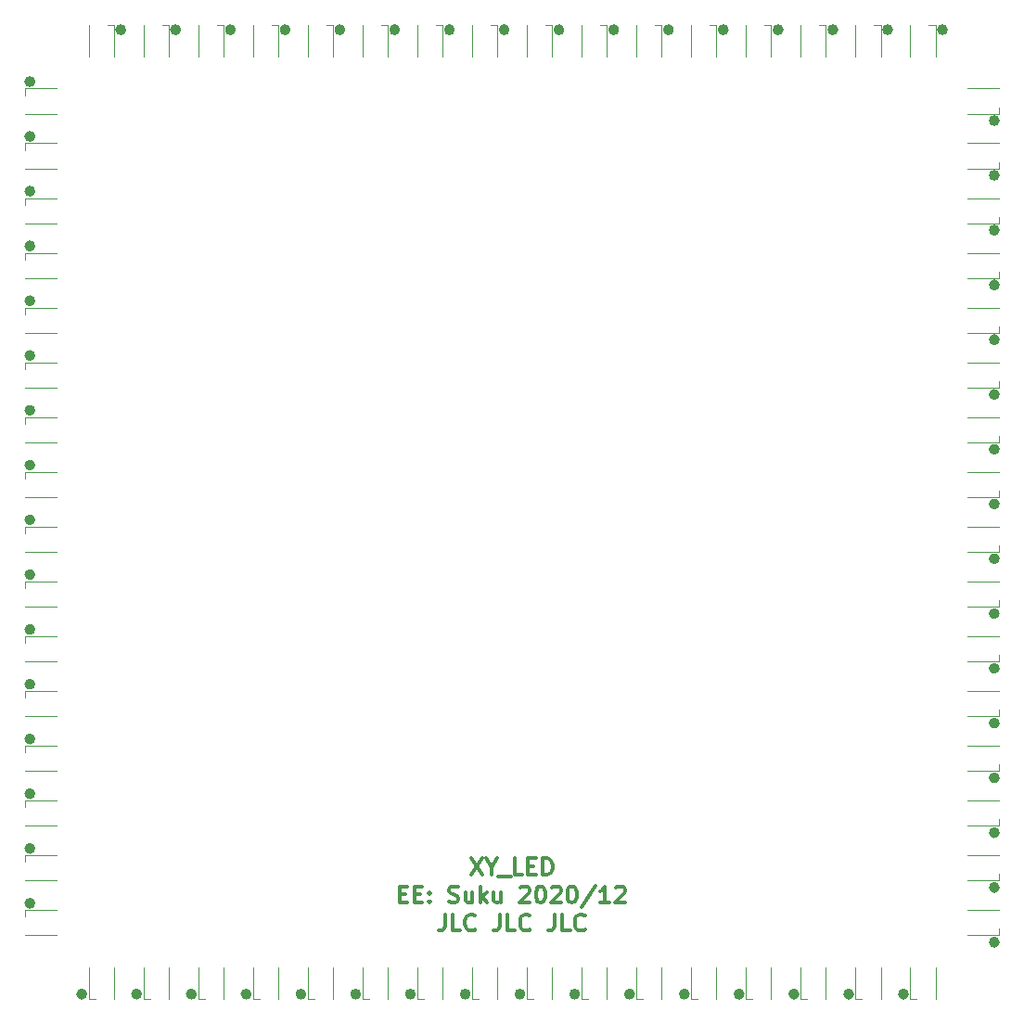
<source format=gbr>
G04 #@! TF.GenerationSoftware,KiCad,Pcbnew,(5.1.6)-1*
G04 #@! TF.CreationDate,2020-12-31T12:37:09+01:00*
G04 #@! TF.ProjectId,XY_LED,58595f4c-4544-42e6-9b69-6361645f7063,rev?*
G04 #@! TF.SameCoordinates,Original*
G04 #@! TF.FileFunction,Legend,Top*
G04 #@! TF.FilePolarity,Positive*
%FSLAX46Y46*%
G04 Gerber Fmt 4.6, Leading zero omitted, Abs format (unit mm)*
G04 Created by KiCad (PCBNEW (5.1.6)-1) date 2020-12-31 12:37:09*
%MOMM*%
%LPD*%
G01*
G04 APERTURE LIST*
%ADD10C,0.300000*%
%ADD11C,0.120000*%
%ADD12C,0.500000*%
G04 APERTURE END LIST*
D10*
X96250000Y-131628571D02*
X97250000Y-133128571D01*
X97250000Y-131628571D02*
X96250000Y-133128571D01*
X98107142Y-132414285D02*
X98107142Y-133128571D01*
X97607142Y-131628571D02*
X98107142Y-132414285D01*
X98607142Y-131628571D01*
X98750000Y-133271428D02*
X99892857Y-133271428D01*
X100964285Y-133128571D02*
X100250000Y-133128571D01*
X100250000Y-131628571D01*
X101464285Y-132342857D02*
X101964285Y-132342857D01*
X102178571Y-133128571D02*
X101464285Y-133128571D01*
X101464285Y-131628571D01*
X102178571Y-131628571D01*
X102821428Y-133128571D02*
X102821428Y-131628571D01*
X103178571Y-131628571D01*
X103392857Y-131700000D01*
X103535714Y-131842857D01*
X103607142Y-131985714D01*
X103678571Y-132271428D01*
X103678571Y-132485714D01*
X103607142Y-132771428D01*
X103535714Y-132914285D01*
X103392857Y-133057142D01*
X103178571Y-133128571D01*
X102821428Y-133128571D01*
X89750000Y-134892857D02*
X90250000Y-134892857D01*
X90464285Y-135678571D02*
X89750000Y-135678571D01*
X89750000Y-134178571D01*
X90464285Y-134178571D01*
X91107142Y-134892857D02*
X91607142Y-134892857D01*
X91821428Y-135678571D02*
X91107142Y-135678571D01*
X91107142Y-134178571D01*
X91821428Y-134178571D01*
X92464285Y-135535714D02*
X92535714Y-135607142D01*
X92464285Y-135678571D01*
X92392857Y-135607142D01*
X92464285Y-135535714D01*
X92464285Y-135678571D01*
X92464285Y-134750000D02*
X92535714Y-134821428D01*
X92464285Y-134892857D01*
X92392857Y-134821428D01*
X92464285Y-134750000D01*
X92464285Y-134892857D01*
X94250000Y-135607142D02*
X94464285Y-135678571D01*
X94821428Y-135678571D01*
X94964285Y-135607142D01*
X95035714Y-135535714D01*
X95107142Y-135392857D01*
X95107142Y-135250000D01*
X95035714Y-135107142D01*
X94964285Y-135035714D01*
X94821428Y-134964285D01*
X94535714Y-134892857D01*
X94392857Y-134821428D01*
X94321428Y-134750000D01*
X94250000Y-134607142D01*
X94250000Y-134464285D01*
X94321428Y-134321428D01*
X94392857Y-134250000D01*
X94535714Y-134178571D01*
X94892857Y-134178571D01*
X95107142Y-134250000D01*
X96392857Y-134678571D02*
X96392857Y-135678571D01*
X95750000Y-134678571D02*
X95750000Y-135464285D01*
X95821428Y-135607142D01*
X95964285Y-135678571D01*
X96178571Y-135678571D01*
X96321428Y-135607142D01*
X96392857Y-135535714D01*
X97107142Y-135678571D02*
X97107142Y-134178571D01*
X97250000Y-135107142D02*
X97678571Y-135678571D01*
X97678571Y-134678571D02*
X97107142Y-135250000D01*
X98964285Y-134678571D02*
X98964285Y-135678571D01*
X98321428Y-134678571D02*
X98321428Y-135464285D01*
X98392857Y-135607142D01*
X98535714Y-135678571D01*
X98750000Y-135678571D01*
X98892857Y-135607142D01*
X98964285Y-135535714D01*
X100750000Y-134321428D02*
X100821428Y-134250000D01*
X100964285Y-134178571D01*
X101321428Y-134178571D01*
X101464285Y-134250000D01*
X101535714Y-134321428D01*
X101607142Y-134464285D01*
X101607142Y-134607142D01*
X101535714Y-134821428D01*
X100678571Y-135678571D01*
X101607142Y-135678571D01*
X102535714Y-134178571D02*
X102678571Y-134178571D01*
X102821428Y-134250000D01*
X102892857Y-134321428D01*
X102964285Y-134464285D01*
X103035714Y-134750000D01*
X103035714Y-135107142D01*
X102964285Y-135392857D01*
X102892857Y-135535714D01*
X102821428Y-135607142D01*
X102678571Y-135678571D01*
X102535714Y-135678571D01*
X102392857Y-135607142D01*
X102321428Y-135535714D01*
X102250000Y-135392857D01*
X102178571Y-135107142D01*
X102178571Y-134750000D01*
X102250000Y-134464285D01*
X102321428Y-134321428D01*
X102392857Y-134250000D01*
X102535714Y-134178571D01*
X103607142Y-134321428D02*
X103678571Y-134250000D01*
X103821428Y-134178571D01*
X104178571Y-134178571D01*
X104321428Y-134250000D01*
X104392857Y-134321428D01*
X104464285Y-134464285D01*
X104464285Y-134607142D01*
X104392857Y-134821428D01*
X103535714Y-135678571D01*
X104464285Y-135678571D01*
X105392857Y-134178571D02*
X105535714Y-134178571D01*
X105678571Y-134250000D01*
X105750000Y-134321428D01*
X105821428Y-134464285D01*
X105892857Y-134750000D01*
X105892857Y-135107142D01*
X105821428Y-135392857D01*
X105750000Y-135535714D01*
X105678571Y-135607142D01*
X105535714Y-135678571D01*
X105392857Y-135678571D01*
X105250000Y-135607142D01*
X105178571Y-135535714D01*
X105107142Y-135392857D01*
X105035714Y-135107142D01*
X105035714Y-134750000D01*
X105107142Y-134464285D01*
X105178571Y-134321428D01*
X105250000Y-134250000D01*
X105392857Y-134178571D01*
X107607142Y-134107142D02*
X106321428Y-136035714D01*
X108892857Y-135678571D02*
X108035714Y-135678571D01*
X108464285Y-135678571D02*
X108464285Y-134178571D01*
X108321428Y-134392857D01*
X108178571Y-134535714D01*
X108035714Y-134607142D01*
X109464285Y-134321428D02*
X109535714Y-134250000D01*
X109678571Y-134178571D01*
X110035714Y-134178571D01*
X110178571Y-134250000D01*
X110250000Y-134321428D01*
X110321428Y-134464285D01*
X110321428Y-134607142D01*
X110250000Y-134821428D01*
X109392857Y-135678571D01*
X110321428Y-135678571D01*
X93857142Y-136728571D02*
X93857142Y-137800000D01*
X93785714Y-138014285D01*
X93642857Y-138157142D01*
X93428571Y-138228571D01*
X93285714Y-138228571D01*
X95285714Y-138228571D02*
X94571428Y-138228571D01*
X94571428Y-136728571D01*
X96642857Y-138085714D02*
X96571428Y-138157142D01*
X96357142Y-138228571D01*
X96214285Y-138228571D01*
X96000000Y-138157142D01*
X95857142Y-138014285D01*
X95785714Y-137871428D01*
X95714285Y-137585714D01*
X95714285Y-137371428D01*
X95785714Y-137085714D01*
X95857142Y-136942857D01*
X96000000Y-136800000D01*
X96214285Y-136728571D01*
X96357142Y-136728571D01*
X96571428Y-136800000D01*
X96642857Y-136871428D01*
X98857142Y-136728571D02*
X98857142Y-137800000D01*
X98785714Y-138014285D01*
X98642857Y-138157142D01*
X98428571Y-138228571D01*
X98285714Y-138228571D01*
X100285714Y-138228571D02*
X99571428Y-138228571D01*
X99571428Y-136728571D01*
X101642857Y-138085714D02*
X101571428Y-138157142D01*
X101357142Y-138228571D01*
X101214285Y-138228571D01*
X101000000Y-138157142D01*
X100857142Y-138014285D01*
X100785714Y-137871428D01*
X100714285Y-137585714D01*
X100714285Y-137371428D01*
X100785714Y-137085714D01*
X100857142Y-136942857D01*
X101000000Y-136800000D01*
X101214285Y-136728571D01*
X101357142Y-136728571D01*
X101571428Y-136800000D01*
X101642857Y-136871428D01*
X103857142Y-136728571D02*
X103857142Y-137800000D01*
X103785714Y-138014285D01*
X103642857Y-138157142D01*
X103428571Y-138228571D01*
X103285714Y-138228571D01*
X105285714Y-138228571D02*
X104571428Y-138228571D01*
X104571428Y-136728571D01*
X106642857Y-138085714D02*
X106571428Y-138157142D01*
X106357142Y-138228571D01*
X106214285Y-138228571D01*
X106000000Y-138157142D01*
X105857142Y-138014285D01*
X105785714Y-137871428D01*
X105714285Y-137585714D01*
X105714285Y-137371428D01*
X105785714Y-137085714D01*
X105857142Y-136942857D01*
X106000000Y-136800000D01*
X106214285Y-136728571D01*
X106357142Y-136728571D01*
X106571428Y-136800000D01*
X106642857Y-136871428D01*
D11*
X108050000Y-55550000D02*
X108650000Y-55550000D01*
X106350000Y-58450000D02*
X106350000Y-55550000D01*
X108650000Y-58450000D02*
X108650000Y-55550000D01*
D12*
X109528000Y-55984000D02*
G75*
G03*
X109528000Y-55984000I-250000J0D01*
G01*
D11*
X73050000Y-55550000D02*
X73650000Y-55550000D01*
X71350000Y-58450000D02*
X71350000Y-55550000D01*
X73650000Y-58450000D02*
X73650000Y-55550000D01*
D12*
X74528000Y-55984000D02*
G75*
G03*
X74528000Y-55984000I-250000J0D01*
G01*
D11*
X103050000Y-55550000D02*
X103650000Y-55550000D01*
X101350000Y-58450000D02*
X101350000Y-55550000D01*
X103650000Y-58450000D02*
X103650000Y-55550000D01*
D12*
X104528000Y-55984000D02*
G75*
G03*
X104528000Y-55984000I-250000J0D01*
G01*
D11*
X133050000Y-55550000D02*
X133650000Y-55550000D01*
X131350000Y-58450000D02*
X131350000Y-55550000D01*
X133650000Y-58450000D02*
X133650000Y-55550000D01*
D12*
X134528000Y-55984000D02*
G75*
G03*
X134528000Y-55984000I-250000J0D01*
G01*
D11*
X98050000Y-55550000D02*
X98650000Y-55550000D01*
X96350000Y-58450000D02*
X96350000Y-55550000D01*
X98650000Y-58450000D02*
X98650000Y-55550000D01*
D12*
X99528000Y-55984000D02*
G75*
G03*
X99528000Y-55984000I-250000J0D01*
G01*
D11*
X123050000Y-55550000D02*
X123650000Y-55550000D01*
X121350000Y-58450000D02*
X121350000Y-55550000D01*
X123650000Y-58450000D02*
X123650000Y-55550000D01*
D12*
X124528000Y-55984000D02*
G75*
G03*
X124528000Y-55984000I-250000J0D01*
G01*
D11*
X68050000Y-55550000D02*
X68650000Y-55550000D01*
X66350000Y-58450000D02*
X66350000Y-55550000D01*
X68650000Y-58450000D02*
X68650000Y-55550000D01*
D12*
X69528000Y-55984000D02*
G75*
G03*
X69528000Y-55984000I-250000J0D01*
G01*
D11*
X113050000Y-55550000D02*
X113650000Y-55550000D01*
X111350000Y-58450000D02*
X111350000Y-55550000D01*
X113650000Y-58450000D02*
X113650000Y-55550000D01*
D12*
X114528000Y-55984000D02*
G75*
G03*
X114528000Y-55984000I-250000J0D01*
G01*
D11*
X118050000Y-55550000D02*
X118650000Y-55550000D01*
X116350000Y-58450000D02*
X116350000Y-55550000D01*
X118650000Y-58450000D02*
X118650000Y-55550000D01*
D12*
X119528000Y-55984000D02*
G75*
G03*
X119528000Y-55984000I-250000J0D01*
G01*
D11*
X128050000Y-55550000D02*
X128650000Y-55550000D01*
X126350000Y-58450000D02*
X126350000Y-55550000D01*
X128650000Y-58450000D02*
X128650000Y-55550000D01*
D12*
X129528000Y-55984000D02*
G75*
G03*
X129528000Y-55984000I-250000J0D01*
G01*
D11*
X138050000Y-55550000D02*
X138650000Y-55550000D01*
X136350000Y-58450000D02*
X136350000Y-55550000D01*
X138650000Y-58450000D02*
X138650000Y-55550000D01*
D12*
X139528000Y-55984000D02*
G75*
G03*
X139528000Y-55984000I-250000J0D01*
G01*
D11*
X83050000Y-55550000D02*
X83650000Y-55550000D01*
X81350000Y-58450000D02*
X81350000Y-55550000D01*
X83650000Y-58450000D02*
X83650000Y-55550000D01*
D12*
X84528000Y-55984000D02*
G75*
G03*
X84528000Y-55984000I-250000J0D01*
G01*
D11*
X88050000Y-55550000D02*
X88650000Y-55550000D01*
X86350000Y-58450000D02*
X86350000Y-55550000D01*
X88650000Y-58450000D02*
X88650000Y-55550000D01*
D12*
X89528000Y-55984000D02*
G75*
G03*
X89528000Y-55984000I-250000J0D01*
G01*
D11*
X93050000Y-55550000D02*
X93650000Y-55550000D01*
X91350000Y-58450000D02*
X91350000Y-55550000D01*
X93650000Y-58450000D02*
X93650000Y-55550000D01*
D12*
X94528000Y-55984000D02*
G75*
G03*
X94528000Y-55984000I-250000J0D01*
G01*
D11*
X63050000Y-55550000D02*
X63650000Y-55550000D01*
X61350000Y-58450000D02*
X61350000Y-55550000D01*
X63650000Y-58450000D02*
X63650000Y-55550000D01*
D12*
X64528000Y-55984000D02*
G75*
G03*
X64528000Y-55984000I-250000J0D01*
G01*
D11*
X78050000Y-55550000D02*
X78650000Y-55550000D01*
X76350000Y-58450000D02*
X76350000Y-55550000D01*
X78650000Y-58450000D02*
X78650000Y-55550000D01*
D12*
X79528000Y-55984000D02*
G75*
G03*
X79528000Y-55984000I-250000J0D01*
G01*
D11*
X144450000Y-78050000D02*
X144450000Y-78650000D01*
X141550000Y-76350000D02*
X144450000Y-76350000D01*
X141550000Y-78650000D02*
X144450000Y-78650000D01*
D12*
X144266000Y-79278000D02*
G75*
G03*
X144266000Y-79278000I-250000J0D01*
G01*
D11*
X144450000Y-68050000D02*
X144450000Y-68650000D01*
X141550000Y-66350000D02*
X144450000Y-66350000D01*
X141550000Y-68650000D02*
X144450000Y-68650000D01*
D12*
X144266000Y-69278000D02*
G75*
G03*
X144266000Y-69278000I-250000J0D01*
G01*
D11*
X144450000Y-73050000D02*
X144450000Y-73650000D01*
X141550000Y-71350000D02*
X144450000Y-71350000D01*
X141550000Y-73650000D02*
X144450000Y-73650000D01*
D12*
X144266000Y-74278000D02*
G75*
G03*
X144266000Y-74278000I-250000J0D01*
G01*
D11*
X144450000Y-63050000D02*
X144450000Y-63650000D01*
X141550000Y-61350000D02*
X144450000Y-61350000D01*
X141550000Y-63650000D02*
X144450000Y-63650000D01*
D12*
X144266000Y-64278000D02*
G75*
G03*
X144266000Y-64278000I-250000J0D01*
G01*
D11*
X144450000Y-108050000D02*
X144450000Y-108650000D01*
X141550000Y-106350000D02*
X144450000Y-106350000D01*
X141550000Y-108650000D02*
X144450000Y-108650000D01*
D12*
X144266000Y-109278000D02*
G75*
G03*
X144266000Y-109278000I-250000J0D01*
G01*
D11*
X144450000Y-113050000D02*
X144450000Y-113650000D01*
X141550000Y-111350000D02*
X144450000Y-111350000D01*
X141550000Y-113650000D02*
X144450000Y-113650000D01*
D12*
X144266000Y-114278000D02*
G75*
G03*
X144266000Y-114278000I-250000J0D01*
G01*
D11*
X144450000Y-118050000D02*
X144450000Y-118650000D01*
X141550000Y-116350000D02*
X144450000Y-116350000D01*
X141550000Y-118650000D02*
X144450000Y-118650000D01*
D12*
X144266000Y-119278000D02*
G75*
G03*
X144266000Y-119278000I-250000J0D01*
G01*
D11*
X144450000Y-123050000D02*
X144450000Y-123650000D01*
X141550000Y-121350000D02*
X144450000Y-121350000D01*
X141550000Y-123650000D02*
X144450000Y-123650000D01*
D12*
X144266000Y-124278000D02*
G75*
G03*
X144266000Y-124278000I-250000J0D01*
G01*
D11*
X144450000Y-128050000D02*
X144450000Y-128650000D01*
X141550000Y-126350000D02*
X144450000Y-126350000D01*
X141550000Y-128650000D02*
X144450000Y-128650000D01*
D12*
X144266000Y-129278000D02*
G75*
G03*
X144266000Y-129278000I-250000J0D01*
G01*
D11*
X144450000Y-133050000D02*
X144450000Y-133650000D01*
X141550000Y-131350000D02*
X144450000Y-131350000D01*
X141550000Y-133650000D02*
X144450000Y-133650000D01*
D12*
X144266000Y-134278000D02*
G75*
G03*
X144266000Y-134278000I-250000J0D01*
G01*
D11*
X144450000Y-138050000D02*
X144450000Y-138650000D01*
X141550000Y-136350000D02*
X144450000Y-136350000D01*
X141550000Y-138650000D02*
X144450000Y-138650000D01*
D12*
X144266000Y-139278000D02*
G75*
G03*
X144266000Y-139278000I-250000J0D01*
G01*
D11*
X144450000Y-103050000D02*
X144450000Y-103650000D01*
X141550000Y-101350000D02*
X144450000Y-101350000D01*
X141550000Y-103650000D02*
X144450000Y-103650000D01*
D12*
X144266000Y-104278000D02*
G75*
G03*
X144266000Y-104278000I-250000J0D01*
G01*
D11*
X144450000Y-98050000D02*
X144450000Y-98650000D01*
X141550000Y-96350000D02*
X144450000Y-96350000D01*
X141550000Y-98650000D02*
X144450000Y-98650000D01*
D12*
X144266000Y-99278000D02*
G75*
G03*
X144266000Y-99278000I-250000J0D01*
G01*
D11*
X144450000Y-93050000D02*
X144450000Y-93650000D01*
X141550000Y-91350000D02*
X144450000Y-91350000D01*
X141550000Y-93650000D02*
X144450000Y-93650000D01*
D12*
X144266000Y-94278000D02*
G75*
G03*
X144266000Y-94278000I-250000J0D01*
G01*
D11*
X144450000Y-88050000D02*
X144450000Y-88650000D01*
X141550000Y-86350000D02*
X144450000Y-86350000D01*
X141550000Y-88650000D02*
X144450000Y-88650000D01*
D12*
X144266000Y-89278000D02*
G75*
G03*
X144266000Y-89278000I-250000J0D01*
G01*
D11*
X144450000Y-83050000D02*
X144450000Y-83650000D01*
X141550000Y-81350000D02*
X144450000Y-81350000D01*
X141550000Y-83650000D02*
X144450000Y-83650000D01*
D12*
X144266000Y-84278000D02*
G75*
G03*
X144266000Y-84278000I-250000J0D01*
G01*
D11*
X121950000Y-144450000D02*
X121350000Y-144450000D01*
X123650000Y-141550000D02*
X123650000Y-144450000D01*
X121350000Y-141550000D02*
X121350000Y-144450000D01*
D12*
X120972000Y-144016000D02*
G75*
G03*
X120972000Y-144016000I-250000J0D01*
G01*
D11*
X131950000Y-144450000D02*
X131350000Y-144450000D01*
X133650000Y-141550000D02*
X133650000Y-144450000D01*
X131350000Y-141550000D02*
X131350000Y-144450000D01*
D12*
X130972000Y-144016000D02*
G75*
G03*
X130972000Y-144016000I-250000J0D01*
G01*
D11*
X126950000Y-144450000D02*
X126350000Y-144450000D01*
X128650000Y-141550000D02*
X128650000Y-144450000D01*
X126350000Y-141550000D02*
X126350000Y-144450000D01*
D12*
X125972000Y-144016000D02*
G75*
G03*
X125972000Y-144016000I-250000J0D01*
G01*
D11*
X136950000Y-144450000D02*
X136350000Y-144450000D01*
X138650000Y-141550000D02*
X138650000Y-144450000D01*
X136350000Y-141550000D02*
X136350000Y-144450000D01*
D12*
X135972000Y-144016000D02*
G75*
G03*
X135972000Y-144016000I-250000J0D01*
G01*
D11*
X91950000Y-144450000D02*
X91350000Y-144450000D01*
X93650000Y-141550000D02*
X93650000Y-144450000D01*
X91350000Y-141550000D02*
X91350000Y-144450000D01*
D12*
X90972000Y-144016000D02*
G75*
G03*
X90972000Y-144016000I-250000J0D01*
G01*
D11*
X86950000Y-144450000D02*
X86350000Y-144450000D01*
X88650000Y-141550000D02*
X88650000Y-144450000D01*
X86350000Y-141550000D02*
X86350000Y-144450000D01*
D12*
X85972000Y-144016000D02*
G75*
G03*
X85972000Y-144016000I-250000J0D01*
G01*
D11*
X81950000Y-144450000D02*
X81350000Y-144450000D01*
X83650000Y-141550000D02*
X83650000Y-144450000D01*
X81350000Y-141550000D02*
X81350000Y-144450000D01*
D12*
X80972000Y-144016000D02*
G75*
G03*
X80972000Y-144016000I-250000J0D01*
G01*
D11*
X76950000Y-144450000D02*
X76350000Y-144450000D01*
X78650000Y-141550000D02*
X78650000Y-144450000D01*
X76350000Y-141550000D02*
X76350000Y-144450000D01*
D12*
X75972000Y-144016000D02*
G75*
G03*
X75972000Y-144016000I-250000J0D01*
G01*
D11*
X71950000Y-144450000D02*
X71350000Y-144450000D01*
X73650000Y-141550000D02*
X73650000Y-144450000D01*
X71350000Y-141550000D02*
X71350000Y-144450000D01*
D12*
X70972000Y-144016000D02*
G75*
G03*
X70972000Y-144016000I-250000J0D01*
G01*
D11*
X66950000Y-144450000D02*
X66350000Y-144450000D01*
X68650000Y-141550000D02*
X68650000Y-144450000D01*
X66350000Y-141550000D02*
X66350000Y-144450000D01*
D12*
X65972000Y-144016000D02*
G75*
G03*
X65972000Y-144016000I-250000J0D01*
G01*
D11*
X61950000Y-144450000D02*
X61350000Y-144450000D01*
X63650000Y-141550000D02*
X63650000Y-144450000D01*
X61350000Y-141550000D02*
X61350000Y-144450000D01*
D12*
X60972000Y-144016000D02*
G75*
G03*
X60972000Y-144016000I-250000J0D01*
G01*
D11*
X96950000Y-144450000D02*
X96350000Y-144450000D01*
X98650000Y-141550000D02*
X98650000Y-144450000D01*
X96350000Y-141550000D02*
X96350000Y-144450000D01*
D12*
X95972000Y-144016000D02*
G75*
G03*
X95972000Y-144016000I-250000J0D01*
G01*
D11*
X101950000Y-144450000D02*
X101350000Y-144450000D01*
X103650000Y-141550000D02*
X103650000Y-144450000D01*
X101350000Y-141550000D02*
X101350000Y-144450000D01*
D12*
X100972000Y-144016000D02*
G75*
G03*
X100972000Y-144016000I-250000J0D01*
G01*
D11*
X106950000Y-144450000D02*
X106350000Y-144450000D01*
X108650000Y-141550000D02*
X108650000Y-144450000D01*
X106350000Y-141550000D02*
X106350000Y-144450000D01*
D12*
X105972000Y-144016000D02*
G75*
G03*
X105972000Y-144016000I-250000J0D01*
G01*
D11*
X111950000Y-144450000D02*
X111350000Y-144450000D01*
X113650000Y-141550000D02*
X113650000Y-144450000D01*
X111350000Y-141550000D02*
X111350000Y-144450000D01*
D12*
X110972000Y-144016000D02*
G75*
G03*
X110972000Y-144016000I-250000J0D01*
G01*
D11*
X116950000Y-144450000D02*
X116350000Y-144450000D01*
X118650000Y-141550000D02*
X118650000Y-144450000D01*
X116350000Y-141550000D02*
X116350000Y-144450000D01*
D12*
X115972000Y-144016000D02*
G75*
G03*
X115972000Y-144016000I-250000J0D01*
G01*
D11*
X55550000Y-121950000D02*
X55550000Y-121350000D01*
X58450000Y-123650000D02*
X55550000Y-123650000D01*
X58450000Y-121350000D02*
X55550000Y-121350000D01*
D12*
X56234000Y-120722000D02*
G75*
G03*
X56234000Y-120722000I-250000J0D01*
G01*
D11*
X55550000Y-131950000D02*
X55550000Y-131350000D01*
X58450000Y-133650000D02*
X55550000Y-133650000D01*
X58450000Y-131350000D02*
X55550000Y-131350000D01*
D12*
X56234000Y-130722000D02*
G75*
G03*
X56234000Y-130722000I-250000J0D01*
G01*
D11*
X55550000Y-126950000D02*
X55550000Y-126350000D01*
X58450000Y-128650000D02*
X55550000Y-128650000D01*
X58450000Y-126350000D02*
X55550000Y-126350000D01*
D12*
X56234000Y-125722000D02*
G75*
G03*
X56234000Y-125722000I-250000J0D01*
G01*
D11*
X55550000Y-136950000D02*
X55550000Y-136350000D01*
X58450000Y-138650000D02*
X55550000Y-138650000D01*
X58450000Y-136350000D02*
X55550000Y-136350000D01*
D12*
X56234000Y-135722000D02*
G75*
G03*
X56234000Y-135722000I-250000J0D01*
G01*
D11*
X55550000Y-91950000D02*
X55550000Y-91350000D01*
X58450000Y-93650000D02*
X55550000Y-93650000D01*
X58450000Y-91350000D02*
X55550000Y-91350000D01*
D12*
X56234000Y-90722000D02*
G75*
G03*
X56234000Y-90722000I-250000J0D01*
G01*
D11*
X55550000Y-86950000D02*
X55550000Y-86350000D01*
X58450000Y-88650000D02*
X55550000Y-88650000D01*
X58450000Y-86350000D02*
X55550000Y-86350000D01*
D12*
X56234000Y-85722000D02*
G75*
G03*
X56234000Y-85722000I-250000J0D01*
G01*
D11*
X55550000Y-81950000D02*
X55550000Y-81350000D01*
X58450000Y-83650000D02*
X55550000Y-83650000D01*
X58450000Y-81350000D02*
X55550000Y-81350000D01*
D12*
X56234000Y-80722000D02*
G75*
G03*
X56234000Y-80722000I-250000J0D01*
G01*
D11*
X55550000Y-76950000D02*
X55550000Y-76350000D01*
X58450000Y-78650000D02*
X55550000Y-78650000D01*
X58450000Y-76350000D02*
X55550000Y-76350000D01*
D12*
X56234000Y-75722000D02*
G75*
G03*
X56234000Y-75722000I-250000J0D01*
G01*
D11*
X55550000Y-71950000D02*
X55550000Y-71350000D01*
X58450000Y-73650000D02*
X55550000Y-73650000D01*
X58450000Y-71350000D02*
X55550000Y-71350000D01*
D12*
X56234000Y-70722000D02*
G75*
G03*
X56234000Y-70722000I-250000J0D01*
G01*
D11*
X55550000Y-66950000D02*
X55550000Y-66350000D01*
X58450000Y-68650000D02*
X55550000Y-68650000D01*
X58450000Y-66350000D02*
X55550000Y-66350000D01*
D12*
X56234000Y-65722000D02*
G75*
G03*
X56234000Y-65722000I-250000J0D01*
G01*
D11*
X55550000Y-61950000D02*
X55550000Y-61350000D01*
X58450000Y-63650000D02*
X55550000Y-63650000D01*
X58450000Y-61350000D02*
X55550000Y-61350000D01*
D12*
X56234000Y-60722000D02*
G75*
G03*
X56234000Y-60722000I-250000J0D01*
G01*
D11*
X55550000Y-96950000D02*
X55550000Y-96350000D01*
X58450000Y-98650000D02*
X55550000Y-98650000D01*
X58450000Y-96350000D02*
X55550000Y-96350000D01*
D12*
X56234000Y-95722000D02*
G75*
G03*
X56234000Y-95722000I-250000J0D01*
G01*
D11*
X55550000Y-101950000D02*
X55550000Y-101350000D01*
X58450000Y-103650000D02*
X55550000Y-103650000D01*
X58450000Y-101350000D02*
X55550000Y-101350000D01*
D12*
X56234000Y-100722000D02*
G75*
G03*
X56234000Y-100722000I-250000J0D01*
G01*
D11*
X55550000Y-106950000D02*
X55550000Y-106350000D01*
X58450000Y-108650000D02*
X55550000Y-108650000D01*
X58450000Y-106350000D02*
X55550000Y-106350000D01*
D12*
X56234000Y-105722000D02*
G75*
G03*
X56234000Y-105722000I-250000J0D01*
G01*
D11*
X55550000Y-111950000D02*
X55550000Y-111350000D01*
X58450000Y-113650000D02*
X55550000Y-113650000D01*
X58450000Y-111350000D02*
X55550000Y-111350000D01*
D12*
X56234000Y-110722000D02*
G75*
G03*
X56234000Y-110722000I-250000J0D01*
G01*
D11*
X55550000Y-116950000D02*
X55550000Y-116350000D01*
X58450000Y-118650000D02*
X55550000Y-118650000D01*
X58450000Y-116350000D02*
X55550000Y-116350000D01*
D12*
X56234000Y-115722000D02*
G75*
G03*
X56234000Y-115722000I-250000J0D01*
G01*
M02*

</source>
